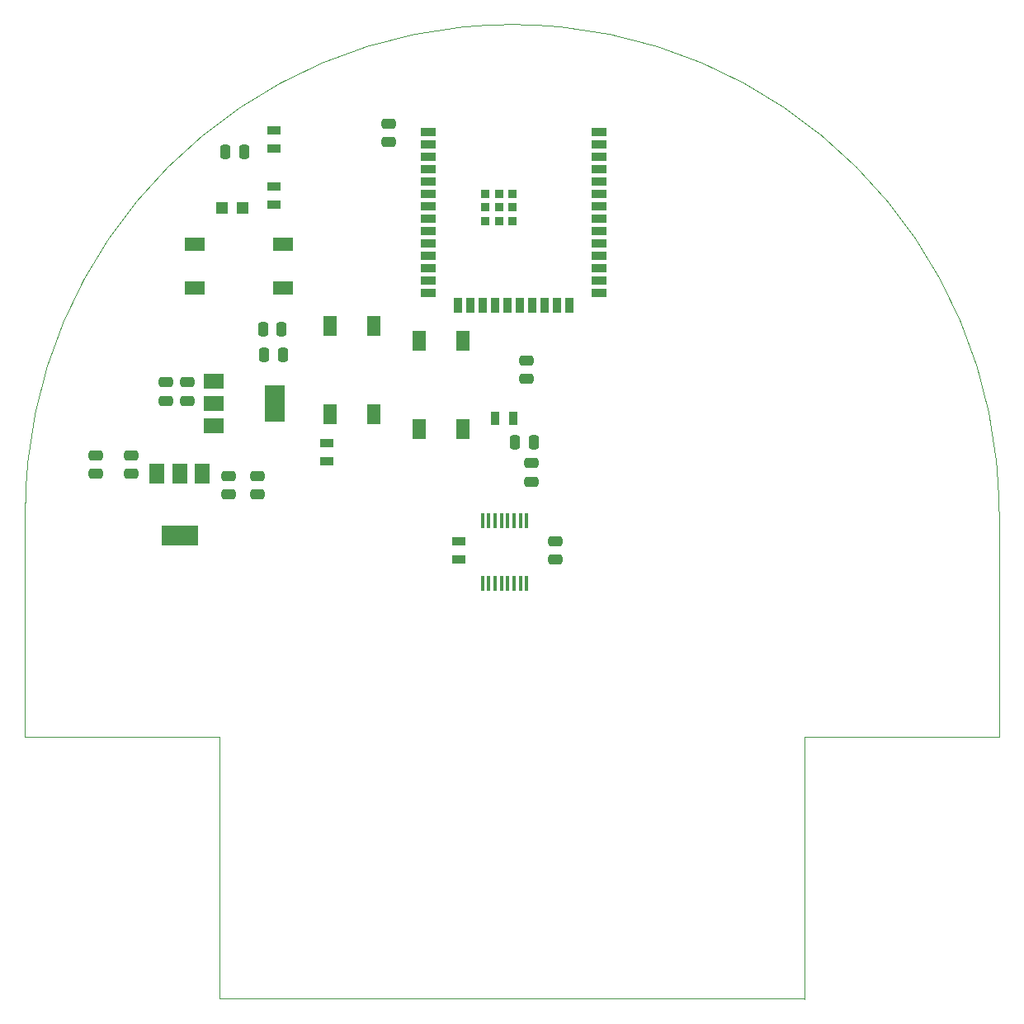
<source format=gbr>
%TF.GenerationSoftware,KiCad,Pcbnew,7.0.1*%
%TF.CreationDate,2023-08-15T21:04:50-03:00*%
%TF.ProjectId,BoverJr_PCBWAY,426f7665-724a-4725-9f50-43425741592e,rev?*%
%TF.SameCoordinates,Original*%
%TF.FileFunction,Paste,Top*%
%TF.FilePolarity,Positive*%
%FSLAX46Y46*%
G04 Gerber Fmt 4.6, Leading zero omitted, Abs format (unit mm)*
G04 Created by KiCad (PCBNEW 7.0.1) date 2023-08-15 21:04:50*
%MOMM*%
%LPD*%
G01*
G04 APERTURE LIST*
G04 Aperture macros list*
%AMRoundRect*
0 Rectangle with rounded corners*
0 $1 Rounding radius*
0 $2 $3 $4 $5 $6 $7 $8 $9 X,Y pos of 4 corners*
0 Add a 4 corners polygon primitive as box body*
4,1,4,$2,$3,$4,$5,$6,$7,$8,$9,$2,$3,0*
0 Add four circle primitives for the rounded corners*
1,1,$1+$1,$2,$3*
1,1,$1+$1,$4,$5*
1,1,$1+$1,$6,$7*
1,1,$1+$1,$8,$9*
0 Add four rect primitives between the rounded corners*
20,1,$1+$1,$2,$3,$4,$5,0*
20,1,$1+$1,$4,$5,$6,$7,0*
20,1,$1+$1,$6,$7,$8,$9,0*
20,1,$1+$1,$8,$9,$2,$3,0*%
G04 Aperture macros list end*
%ADD10R,0.889000X1.397000*%
%ADD11R,1.397000X0.889000*%
%ADD12RoundRect,0.250000X0.475000X-0.250000X0.475000X0.250000X-0.475000X0.250000X-0.475000X-0.250000X0*%
%ADD13RoundRect,0.250000X0.250000X0.475000X-0.250000X0.475000X-0.250000X-0.475000X0.250000X-0.475000X0*%
%ADD14R,1.198880X1.198880*%
%ADD15RoundRect,0.250000X-0.475000X0.250000X-0.475000X-0.250000X0.475000X-0.250000X0.475000X0.250000X0*%
%ADD16R,2.000000X1.500000*%
%ADD17R,2.000000X3.800000*%
%ADD18RoundRect,0.250000X-0.250000X-0.475000X0.250000X-0.475000X0.250000X0.475000X-0.250000X0.475000X0*%
%ADD19R,0.300000X1.500000*%
%ADD20R,2.100000X1.400000*%
%ADD21R,1.500000X2.000000*%
%ADD22R,3.800000X2.000000*%
%ADD23R,1.400000X2.100000*%
%ADD24R,1.500000X0.900000*%
%ADD25R,0.900000X1.500000*%
%ADD26R,0.900000X0.900000*%
%TA.AperFunction,Profile*%
%ADD27C,0.100000*%
%TD*%
G04 APERTURE END LIST*
D10*
%TO.C,R8*%
X150127500Y-70250000D03*
X148222500Y-70250000D03*
%TD*%
D11*
%TO.C,R2*%
X131000000Y-72797500D03*
X131000000Y-74702500D03*
%TD*%
D12*
%TO.C,C14*%
X137350000Y-41900000D03*
X137350000Y-40000000D03*
%TD*%
D13*
%TO.C,C7*%
X126450000Y-63750000D03*
X124550000Y-63750000D03*
%TD*%
D14*
%TO.C,LED_ESP32*%
X122349020Y-48650000D03*
X120250980Y-48650000D03*
%TD*%
D15*
%TO.C,C3*%
X120900000Y-76150000D03*
X120900000Y-78050000D03*
%TD*%
D12*
%TO.C,C6*%
X116700000Y-68450000D03*
X116700000Y-66550000D03*
%TD*%
D13*
%TO.C,C8*%
X126350000Y-61150000D03*
X124450000Y-61150000D03*
%TD*%
D16*
%TO.C,U7*%
X119350000Y-66450000D03*
X119350000Y-68750000D03*
D17*
X125650000Y-68750000D03*
D16*
X119350000Y-71050000D03*
%TD*%
D15*
%TO.C,C13*%
X151500000Y-64325000D03*
X151500000Y-66225000D03*
%TD*%
D18*
%TO.C,C9*%
X150300000Y-72750000D03*
X152200000Y-72750000D03*
%TD*%
D19*
%TO.C,U5*%
X146955000Y-87153000D03*
X147605000Y-87153000D03*
X148255000Y-87153000D03*
X148905000Y-87153000D03*
X149555000Y-87153000D03*
X150205000Y-87153000D03*
X150855000Y-87153000D03*
X151505000Y-87153000D03*
X151505000Y-80753000D03*
X150855000Y-80753000D03*
X150205000Y-80753000D03*
X149555000Y-80753000D03*
X148905000Y-80753000D03*
X148255000Y-80753000D03*
X147605000Y-80753000D03*
X146955000Y-80753000D03*
%TD*%
D15*
%TO.C,C10*%
X154400000Y-82850000D03*
X154400000Y-84750000D03*
%TD*%
D11*
%TO.C,R7*%
X125550000Y-42602500D03*
X125550000Y-40697500D03*
%TD*%
D15*
%TO.C,C11*%
X152000000Y-74850000D03*
X152000000Y-76750000D03*
%TD*%
D11*
%TO.C,R3*%
X144540000Y-82857500D03*
X144540000Y-84762500D03*
%TD*%
D20*
%TO.C,SW_EN1*%
X117400000Y-56900000D03*
X126500000Y-56900000D03*
X117400000Y-52400000D03*
X126500000Y-52400000D03*
%TD*%
D21*
%TO.C,U3*%
X118162000Y-75947000D03*
X115862000Y-75947000D03*
D22*
X115862000Y-82247000D03*
D21*
X113562000Y-75947000D03*
%TD*%
D23*
%TO.C,SW_START1*%
X135825000Y-69837500D03*
X135825000Y-60737500D03*
X131325000Y-69837500D03*
X131325000Y-60737500D03*
%TD*%
D11*
%TO.C,R1*%
X125550000Y-48352500D03*
X125550000Y-46447500D03*
%TD*%
D12*
%TO.C,C1*%
X107300000Y-75950000D03*
X107300000Y-74050000D03*
%TD*%
%TO.C,C5*%
X114450000Y-68450000D03*
X114450000Y-66550000D03*
%TD*%
D24*
%TO.C,U1*%
X141400000Y-42160000D03*
X141400000Y-44700000D03*
X141400000Y-45970000D03*
X141400000Y-43430000D03*
X141400000Y-47240000D03*
X141400000Y-48510000D03*
X141400000Y-49780000D03*
X141400000Y-51050000D03*
X141400000Y-52320000D03*
X141400000Y-53590000D03*
X141400000Y-54860000D03*
X141400000Y-56130000D03*
X141400000Y-57400000D03*
D25*
X145705000Y-58650000D03*
X154595000Y-58650000D03*
X155865000Y-58650000D03*
D24*
X158900000Y-57400000D03*
X158900000Y-56130000D03*
X158900000Y-54860000D03*
X158900000Y-53590000D03*
D25*
X146975000Y-58650000D03*
X148245000Y-58650000D03*
X149515000Y-58650000D03*
X150785000Y-58650000D03*
X152055000Y-58650000D03*
X153325000Y-58650000D03*
D24*
X158900000Y-52320000D03*
X158900000Y-51050000D03*
X158900000Y-42160000D03*
X158900000Y-49780000D03*
X158900000Y-43430000D03*
X158900000Y-45970000D03*
X158900000Y-44700000D03*
X158900000Y-47240000D03*
X141400000Y-40890000D03*
D25*
X144435000Y-58650000D03*
D26*
X147250000Y-47210000D03*
X147250000Y-48610000D03*
X147250000Y-50010000D03*
X148650000Y-47210000D03*
X148650000Y-48610000D03*
X148650000Y-50010000D03*
X150050000Y-47210000D03*
X150050000Y-48610000D03*
X150050000Y-50010000D03*
D24*
X158900000Y-40890000D03*
X158900000Y-48510000D03*
%TD*%
D12*
%TO.C,C4*%
X123900000Y-78050000D03*
X123900000Y-76150000D03*
%TD*%
%TO.C,C2*%
X110900000Y-75950000D03*
X110900000Y-74050000D03*
%TD*%
D18*
%TO.C,C12*%
X120600000Y-42900000D03*
X122500000Y-42900000D03*
%TD*%
D23*
%TO.C,SW_BOOT1*%
X140425000Y-62275000D03*
X140425000Y-71375000D03*
X144925000Y-62275000D03*
X144925000Y-71375000D03*
%TD*%
D27*
X199950000Y-79800000D02*
G75*
G03*
X100050000Y-79800000I-49950000J0D01*
G01*
X120000000Y-129750000D02*
X120000000Y-102900000D01*
X180000000Y-102900000D02*
X200000000Y-102900000D01*
X180000000Y-129850000D02*
X180000000Y-102900000D01*
X120000000Y-102900000D02*
X100000000Y-102900000D01*
X100000000Y-102900000D02*
X100000000Y-79800000D01*
X200000000Y-102900000D02*
X200000000Y-79800000D01*
X120000000Y-129750000D02*
X180000000Y-129800000D01*
M02*

</source>
